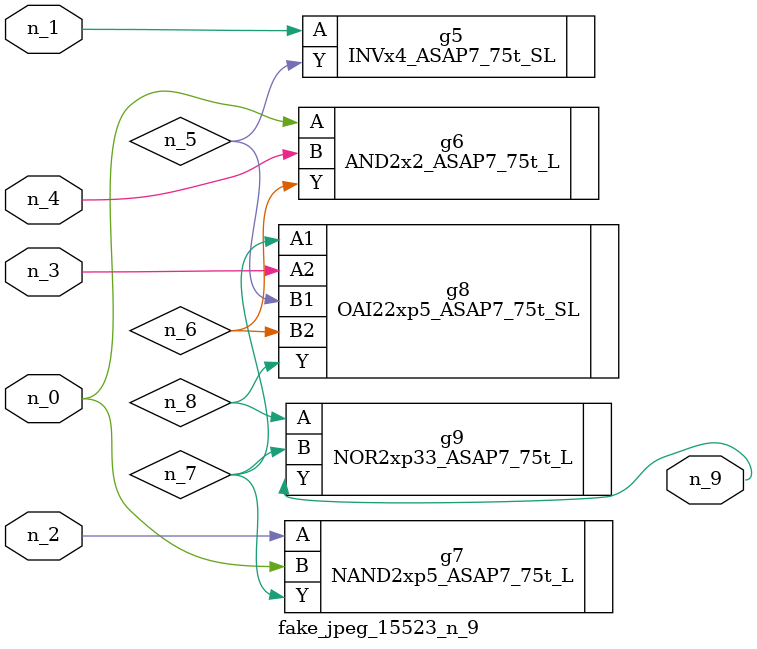
<source format=v>
module fake_jpeg_15523_n_9 (n_3, n_2, n_1, n_0, n_4, n_9);

input n_3;
input n_2;
input n_1;
input n_0;
input n_4;

output n_9;

wire n_8;
wire n_6;
wire n_5;
wire n_7;

INVx4_ASAP7_75t_SL g5 ( 
.A(n_1),
.Y(n_5)
);

AND2x2_ASAP7_75t_L g6 ( 
.A(n_0),
.B(n_4),
.Y(n_6)
);

NAND2xp5_ASAP7_75t_L g7 ( 
.A(n_2),
.B(n_0),
.Y(n_7)
);

OAI22xp5_ASAP7_75t_SL g8 ( 
.A1(n_7),
.A2(n_3),
.B1(n_5),
.B2(n_6),
.Y(n_8)
);

NOR2xp33_ASAP7_75t_L g9 ( 
.A(n_8),
.B(n_7),
.Y(n_9)
);


endmodule
</source>
